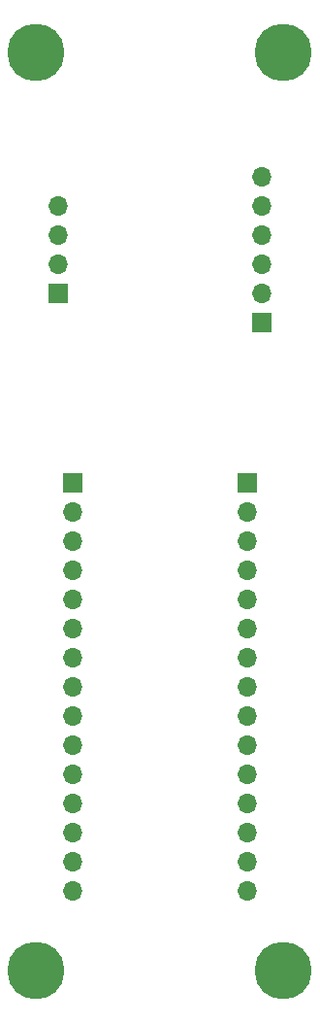
<source format=gbr>
%TF.GenerationSoftware,KiCad,Pcbnew,6.0.11-2627ca5db0~126~ubuntu20.04.1*%
%TF.CreationDate,2023-11-11T11:24:04-05:00*%
%TF.ProjectId,carrier-board,63617272-6965-4722-9d62-6f6172642e6b,rev?*%
%TF.SameCoordinates,Original*%
%TF.FileFunction,Soldermask,Bot*%
%TF.FilePolarity,Negative*%
%FSLAX46Y46*%
G04 Gerber Fmt 4.6, Leading zero omitted, Abs format (unit mm)*
G04 Created by KiCad (PCBNEW 6.0.11-2627ca5db0~126~ubuntu20.04.1) date 2023-11-11 11:24:04*
%MOMM*%
%LPD*%
G01*
G04 APERTURE LIST*
%ADD10O,1.700000X1.700000*%
%ADD11R,1.700000X1.700000*%
%ADD12C,0.800000*%
%ADD13C,5.000000*%
G04 APERTURE END LIST*
D10*
%TO.C,STM1*%
X137835000Y-137820000D03*
X137835000Y-135280000D03*
X137835000Y-132740000D03*
X137835000Y-130200000D03*
X137835000Y-127660000D03*
X137835000Y-125120000D03*
X137835000Y-122580000D03*
X137835000Y-120040000D03*
X137835000Y-117500000D03*
X137835000Y-114960000D03*
X137835000Y-112420000D03*
X137835000Y-109880000D03*
X137835000Y-107340000D03*
X137835000Y-104800000D03*
D11*
X137835000Y-102260000D03*
%TD*%
%TO.C,BNO55_4P1*%
X136540000Y-85750000D03*
D10*
X136540000Y-83210000D03*
X136540000Y-80670000D03*
X136540000Y-78130000D03*
%TD*%
D12*
%TO.C,REF2*%
X154335000Y-64780000D03*
X154884175Y-66105825D03*
X154884175Y-63454175D03*
X157535825Y-63454175D03*
X158085000Y-64780000D03*
X156210000Y-62905000D03*
X157535825Y-66105825D03*
D13*
X156210000Y-64780000D03*
D12*
X156210000Y-66655000D03*
%TD*%
%TO.C,REF3*%
X135945825Y-146105825D03*
X134620000Y-146655000D03*
X133294175Y-143454175D03*
X134620000Y-142905000D03*
X136495000Y-144780000D03*
X133294175Y-146105825D03*
X135945825Y-143454175D03*
X132745000Y-144780000D03*
D13*
X134620000Y-144780000D03*
%TD*%
%TO.C,REF4*%
X156210000Y-144780000D03*
D12*
X157535825Y-143454175D03*
X154884175Y-146105825D03*
X156210000Y-146655000D03*
X157535825Y-146105825D03*
X158085000Y-144780000D03*
X154335000Y-144780000D03*
X154884175Y-143454175D03*
X156210000Y-142905000D03*
%TD*%
%TO.C,REF1*%
X135945825Y-66105825D03*
X134620000Y-62905000D03*
X135945825Y-63454175D03*
X133294175Y-63454175D03*
D13*
X134620000Y-64780000D03*
D12*
X134620000Y-66655000D03*
X132745000Y-64780000D03*
X136495000Y-64780000D03*
X133294175Y-66105825D03*
%TD*%
D11*
%TO.C,BNO55_6P1*%
X154320000Y-88265000D03*
D10*
X154320000Y-85725000D03*
X154320000Y-83185000D03*
X154320000Y-80645000D03*
X154320000Y-78105000D03*
X154320000Y-75565000D03*
%TD*%
%TO.C,STM2*%
X153075000Y-137820000D03*
X153075000Y-135280000D03*
X153075000Y-132740000D03*
X153075000Y-130200000D03*
X153075000Y-127660000D03*
X153075000Y-125120000D03*
X153075000Y-122580000D03*
X153075000Y-120040000D03*
X153075000Y-117500000D03*
X153075000Y-114960000D03*
X153075000Y-112420000D03*
X153075000Y-109880000D03*
X153075000Y-107340000D03*
X153075000Y-104800000D03*
D11*
X153075000Y-102260000D03*
%TD*%
M02*

</source>
